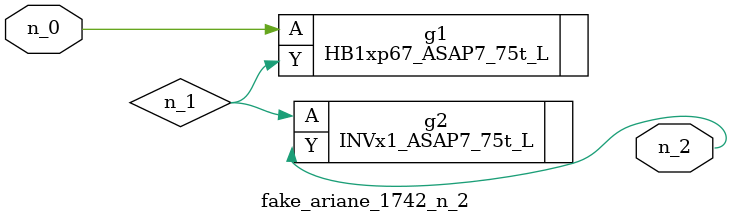
<source format=v>
module fake_ariane_1742_n_2 (n_0, n_2);

input n_0;

output n_2;

wire n_1;

HB1xp67_ASAP7_75t_L g1 ( 
.A(n_0),
.Y(n_1)
);

INVx1_ASAP7_75t_L g2 ( 
.A(n_1),
.Y(n_2)
);


endmodule
</source>
